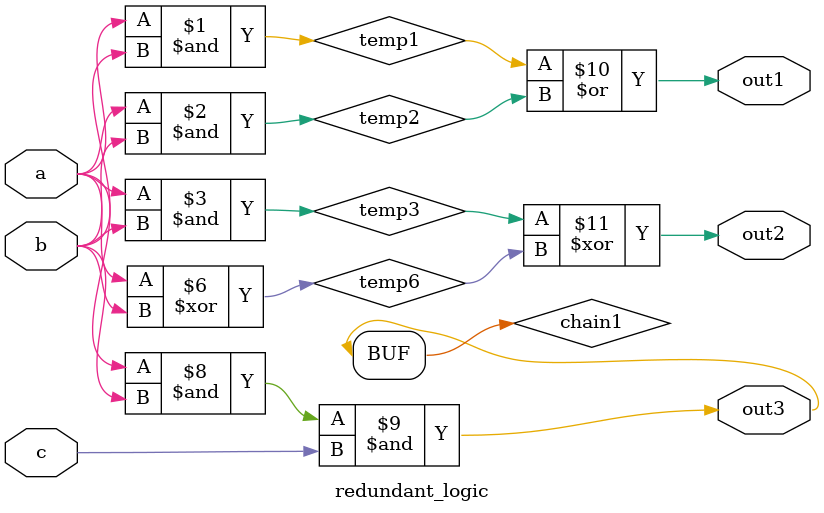
<source format=v>
module redundant_logic(a, b, c, out1, out2, out3);
  input a, b, c;
  output out1, out2, out3;
  
  // ============================================================
  // TEST CASE 1: COMMON SUBEXPRESSION ELIMINATION (CSE)
  // ============================================================
  // Thuật toán: Common Subexpression Elimination (CSE)
  // Mục đích: Phát hiện và loại bỏ các biểu thức con trùng lặp
  // Test: Expression "a & b" xuất hiện 3 lần trong circuit
  //       Parser sẽ tạo 3 nodes riêng biệt: and_0, and_1, and_2
  // Kết quả mong đợi: Strash sẽ phát hiện và merge thành 1 node duy nhất
  assign temp1 = a & b;  // Node: and_0 (AND với inputs: a, b)
  assign temp2 = a & b;  // Node: and_1 (Duplicate → Strash sẽ xóa)
  assign temp3 = a & b;  // Node: and_2 (Duplicate → Strash sẽ xóa)
  
  // ============================================================
  // TEST CASE 2: DEAD CODE ELIMINATION (DCE)
  // ============================================================
  // Thuật toán: Dead Code Elimination (DCE)
  // Mục đích: Loại bỏ các node không thể tiếp cận từ bất kỳ output nào
  // Test: temp_dead được tính nhưng KHÔNG được sử dụng trong bất kỳ output nào
  // Kết quả mong đợi: DCE sẽ phát hiện và xóa node or_3 (temp_dead)
  //                    Vì không có output nào sử dụng temp_dead
  assign temp_dead = a | b | c;  // Node: or_3 (DEAD CODE → DCE sẽ xóa)
  
  // ============================================================
  // TEST CASE 3: STRUCTURAL HASHING (STRASH)
  // ============================================================
  // Thuật toán: Structural Hashing (Strash)
  // Mục đích: Loại bỏ các node trùng lặp bằng cách hash structure
  // Test: Expression "a ^ b" xuất hiện 2 lần
  // Kết quả mong đợi: Strash sẽ phát hiện và merge temp6 và temp7 thành 1 node
  assign temp6 = a ^ b;  // Node: xor_4 (XOR với inputs: a, b)
  assign temp7 = a ^ b;  // Node: xor_5 (Duplicate → Strash sẽ xóa)
  
  // ============================================================
  // TEST CASE 4: LOGIC BALANCING (BALANCE)
  // ============================================================
  // Thuật toán: Logic Balancing (Balance)
  // Mục đích: Cân bằng độ sâu logic để tối ưu timing và critical path
  // Test: Chain dài với 3 inputs (a & b & c)
  //       Parser sẽ tạo 1 AND node với 3 inputs
  // Kết quả mong đợi: Balance sẽ cân bằng thành balanced tree structure
  //                   (nếu cần thiết cho timing optimization)
  assign chain1 = a & b & c;  // Node: and_6 (AND với 3 inputs: a, b, c)
                               //        → Balance có thể tạo balanced tree
  
  // ============================================================
  // OUTPUTS - Sử dụng các intermediate signals
  // ============================================================
  // Output 1: Sử dụng temp1 và temp2 (cả 2 đều là a & b sau Strash)
  //           → OR của cùng 1 signal có thể được simplify
  assign out1 = temp1 | temp2;  // Node: or_7 (OR: temp1 | temp2)
                                 //       Sau Strash: temp1=temp2=and_0
                                 //       → out1 = and_0 | and_0 = and_0 (có thể simplify)
  
  // Output 2: Sử dụng temp3 (a & b) và temp6 (a ^ b)
  //           → XOR của 2 biểu thức khác nhau
  assign out2 = temp3 ^ temp6;  // Node: xor_8 (XOR: temp3 ^ temp6)
                                 //       Sau Strash: temp3=and_0, temp6=xor_4
  
  // Output 3: Sử dụng chain1 (a & b & c)
  //           → Direct connection đến and_6
  assign out3 = chain1;  // Node: buf_9 → Sau Strash: direct to and_6
                          //      (BUF sẽ được xóa bởi Strash)
  
  // ============================================================
  // TÓM TẮT CÁC THUẬT TOÁN ĐƯỢC TEST:
  // ============================================================
  // 1. STRASH: Phát hiện và xóa duplicate nodes (and_1, and_2, xor_5, buf_9)
  // 2. DCE: Xóa dead code (or_3 = temp_dead)
  // 3. CSE: Không có gì để làm (Strash đã xử lý duplicates)
  // 4. CONSTPROP: Không có constants để propagate
  // 5. BALANCE: Cân bằng logic depth (chain1 = a & b & c)
  //
  // KẾT QUẢ MONG ĐỢI:
  // - Initial nodes: 10
  // - After Strash: 6 nodes (xóa 4 duplicates)
  // - After DCE: 5 nodes (xóa 1 dead code)
  // - Final: 5 nodes (and_0, xor_4, and_6, or_7, xor_8)
endmodule


</source>
